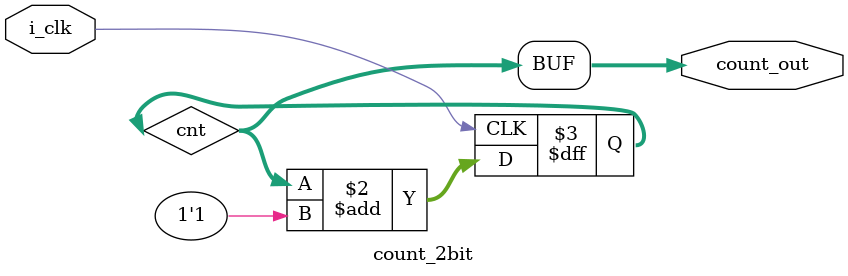
<source format=v>
`timescale 1ns / 1ps


module count_2bit(
input i_clk , 
output [1:0] count_out 
    );
    
    
    reg [1:0] cnt ;
    
    
    always @(posedge i_clk) 
         cnt <= cnt + 1'b1 ;
         
         
         assign count_out = cnt ;
endmodule

</source>
